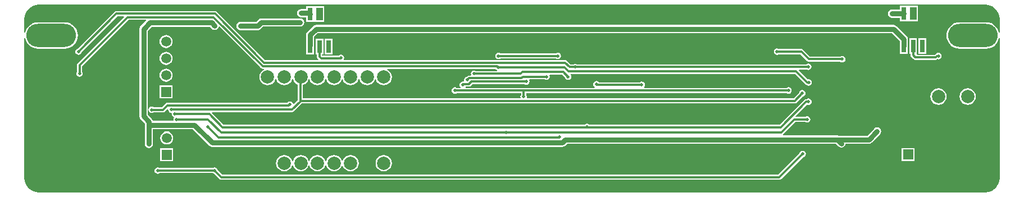
<source format=gbl>
G04*
G04 #@! TF.GenerationSoftware,Altium Limited,Altium Designer,18.1.9 (240)*
G04*
G04 Layer_Physical_Order=2*
G04 Layer_Color=16711680*
%FSAX25Y25*%
%MOIN*%
G70*
G01*
G75*
%ADD38C,0.01200*%
%ADD39C,0.03000*%
%ADD41O,0.29528X0.13780*%
%ADD42C,0.07874*%
%ADD43R,0.05906X0.05906*%
%ADD44C,0.05906*%
%ADD45R,0.04724X0.07874*%
%ADD46R,0.05906X0.05906*%
%ADD47C,0.01968*%
%ADD48R,0.03937X0.07480*%
%ADD49R,0.02756X0.07480*%
G36*
X0685800Y0484806D02*
X0687600Y0484176D01*
X0689215Y0483162D01*
X0690563Y0481813D01*
X0691577Y0480199D01*
X0692207Y0478399D01*
X0692429Y0476430D01*
Y0468385D01*
X0691929Y0468311D01*
X0691523Y0469649D01*
X0690800Y0471002D01*
X0689826Y0472188D01*
X0688640Y0473162D01*
X0687287Y0473885D01*
X0685818Y0474331D01*
X0684291Y0474481D01*
X0668543D01*
X0667016Y0474331D01*
X0665548Y0473885D01*
X0664195Y0473162D01*
X0663008Y0472188D01*
X0662035Y0471002D01*
X0661312Y0469649D01*
X0660866Y0468181D01*
X0660716Y0466653D01*
X0660866Y0465127D01*
X0661312Y0463658D01*
X0662035Y0462305D01*
X0663008Y0461119D01*
X0664195Y0460145D01*
X0665548Y0459422D01*
X0667016Y0458977D01*
X0668543Y0458826D01*
X0684291D01*
X0685818Y0458977D01*
X0687287Y0459422D01*
X0688640Y0460145D01*
X0689826Y0461119D01*
X0690800Y0462305D01*
X0691523Y0463658D01*
X0691929Y0464996D01*
X0692429Y0464922D01*
Y0382090D01*
X0692207Y0380121D01*
X0691577Y0378322D01*
X0690563Y0376707D01*
X0689214Y0375359D01*
X0687600Y0374344D01*
X0685800Y0373715D01*
X0683831Y0373493D01*
X0122168D01*
X0120200Y0373715D01*
X0118400Y0374344D01*
X0116785Y0375359D01*
X0115437Y0376707D01*
X0114423Y0378322D01*
X0113793Y0380121D01*
X0113571Y0382090D01*
Y0464871D01*
X0114071Y0464945D01*
X0114461Y0463658D01*
X0115185Y0462305D01*
X0116158Y0461119D01*
X0117344Y0460145D01*
X0118698Y0459422D01*
X0120166Y0458977D01*
X0121693Y0458826D01*
X0137441D01*
X0138968Y0458977D01*
X0140436Y0459422D01*
X0141790Y0460145D01*
X0142976Y0461119D01*
X0143949Y0462305D01*
X0144673Y0463658D01*
X0145118Y0465127D01*
X0145268Y0466653D01*
X0145118Y0468181D01*
X0144673Y0469649D01*
X0143949Y0471002D01*
X0142976Y0472188D01*
X0141790Y0473162D01*
X0140436Y0473885D01*
X0138968Y0474331D01*
X0137441Y0474481D01*
X0121693D01*
X0120166Y0474331D01*
X0118698Y0473885D01*
X0117344Y0473162D01*
X0116158Y0472188D01*
X0115185Y0471002D01*
X0114461Y0469649D01*
X0114071Y0468362D01*
X0113571Y0468436D01*
Y0476430D01*
X0113793Y0478399D01*
X0114423Y0480199D01*
X0115437Y0481813D01*
X0116785Y0483162D01*
X0118400Y0484176D01*
X0120200Y0484806D01*
X0122169Y0485028D01*
X0683831D01*
X0685800Y0484806D01*
D02*
G37*
%LPC*%
G36*
X0638076Y0484286D02*
X0637711D01*
X0637576Y0484286D01*
X0633155D01*
Y0482093D01*
X0628576D01*
X0627640Y0481906D01*
X0626846Y0481376D01*
X0626787Y0481317D01*
X0626257Y0480523D01*
X0626070Y0479587D01*
X0626257Y0478650D01*
X0626787Y0477856D01*
X0627581Y0477326D01*
X0628517Y0477140D01*
X0628814Y0477199D01*
X0633155D01*
Y0475005D01*
X0637576D01*
X0637711Y0475005D01*
X0638076D01*
X0638211Y0475005D01*
X0643813D01*
Y0484286D01*
X0638211D01*
X0638076Y0484286D01*
D02*
G37*
G36*
X0285793Y0484050D02*
X0285428D01*
X0285293Y0484050D01*
X0280872D01*
Y0482388D01*
X0277835D01*
X0276898Y0482202D01*
X0276104Y0481671D01*
X0275574Y0480877D01*
X0275388Y0479941D01*
X0275574Y0479004D01*
X0276104Y0478211D01*
X0276898Y0477680D01*
X0277835Y0477494D01*
X0280872D01*
Y0474769D01*
X0285293D01*
X0285428Y0474769D01*
X0285793D01*
X0285928Y0474769D01*
X0291530D01*
Y0484050D01*
X0285928D01*
X0285793Y0484050D01*
D02*
G37*
G36*
X0629528Y0472880D02*
X0297165D01*
X0297087Y0472864D01*
X0297008Y0472880D01*
X0286653D01*
X0285717Y0472694D01*
X0284923Y0472163D01*
X0281419Y0468659D01*
X0280889Y0467866D01*
X0280703Y0466929D01*
Y0460591D01*
X0280872Y0459741D01*
Y0455478D01*
X0285428D01*
Y0459741D01*
X0285597Y0460591D01*
Y0465915D01*
X0287667Y0467986D01*
X0297008D01*
X0297087Y0468002D01*
X0297165Y0467986D01*
X0628514D01*
X0632986Y0463514D01*
Y0460354D01*
X0633155Y0459504D01*
Y0455714D01*
X0637711D01*
Y0459504D01*
X0637880Y0460354D01*
Y0464528D01*
X0637694Y0465464D01*
X0637163Y0466258D01*
X0631258Y0472163D01*
X0630464Y0472694D01*
X0630309Y0472725D01*
X0629528Y0472880D01*
D02*
G37*
G36*
X0277205Y0476780D02*
X0254136D01*
X0253200Y0476594D01*
X0252406Y0476063D01*
X0251073Y0474730D01*
X0241850D01*
X0240914Y0474544D01*
X0240120Y0474014D01*
X0239590Y0473220D01*
X0239403Y0472284D01*
X0239590Y0471347D01*
X0240120Y0470553D01*
X0240914Y0470023D01*
X0241850Y0469836D01*
X0252087D01*
X0253023Y0470023D01*
X0253817Y0470553D01*
X0255150Y0471886D01*
X0277205D01*
X0278141Y0472072D01*
X0278935Y0472603D01*
X0279466Y0473397D01*
X0279652Y0474333D01*
X0279466Y0475270D01*
X0278935Y0476063D01*
X0278141Y0476594D01*
X0277205Y0476780D01*
D02*
G37*
G36*
X0430039Y0456449D02*
X0429304Y0456302D01*
X0428937Y0456057D01*
X0395926D01*
X0395617Y0456263D01*
X0394882Y0456409D01*
X0394147Y0456263D01*
X0393523Y0455847D01*
X0393107Y0455223D01*
X0392961Y0454488D01*
X0393107Y0453753D01*
X0393523Y0453130D01*
X0394147Y0452713D01*
X0394882Y0452567D01*
X0395617Y0452713D01*
X0396043Y0452998D01*
X0428937D01*
X0429304Y0452753D01*
X0430039Y0452606D01*
X0430775Y0452753D01*
X0431398Y0453169D01*
X0431814Y0453792D01*
X0431960Y0454528D01*
X0431814Y0455263D01*
X0431398Y0455886D01*
X0430775Y0456302D01*
X0430039Y0456449D01*
D02*
G37*
G36*
X0648735Y0464994D02*
X0644179D01*
Y0455714D01*
X0648735D01*
Y0464994D01*
D02*
G37*
G36*
X0296451Y0464758D02*
X0291895D01*
Y0455478D01*
X0296451D01*
Y0464758D01*
D02*
G37*
G36*
X0643223Y0464994D02*
X0638667D01*
Y0455714D01*
X0639416D01*
Y0454921D01*
X0639532Y0454336D01*
X0639863Y0453840D01*
X0641123Y0452580D01*
X0641619Y0452248D01*
X0642205Y0452132D01*
X0654291D01*
X0654877Y0452248D01*
X0655373Y0452580D01*
X0655423Y0452630D01*
X0655944Y0452527D01*
X0656679Y0452673D01*
X0657302Y0453089D01*
X0657719Y0453713D01*
X0657865Y0454448D01*
X0657719Y0455183D01*
X0657302Y0455806D01*
X0656679Y0456223D01*
X0655944Y0456369D01*
X0655208Y0456223D01*
X0654742Y0455911D01*
X0654494Y0455862D01*
X0653997Y0455530D01*
X0653658Y0455191D01*
X0643346D01*
X0643307Y0455249D01*
X0643223Y0455714D01*
X0643223D01*
Y0464994D01*
D02*
G37*
G36*
X0560197Y0458968D02*
X0559462Y0458822D01*
X0558838Y0458406D01*
X0558422Y0457782D01*
X0558276Y0457047D01*
X0558422Y0456312D01*
X0558838Y0455689D01*
X0559462Y0455272D01*
X0560197Y0455126D01*
X0560932Y0455272D01*
X0561300Y0455518D01*
X0574170D01*
X0578170Y0451517D01*
X0578667Y0451186D01*
X0579252Y0451069D01*
X0597697D01*
X0598123Y0450784D01*
X0598858Y0450638D01*
X0599593Y0450784D01*
X0600217Y0451201D01*
X0600633Y0451824D01*
X0600779Y0452559D01*
X0600633Y0453294D01*
X0600217Y0453918D01*
X0599593Y0454334D01*
X0598858Y0454480D01*
X0598123Y0454334D01*
X0597815Y0454128D01*
X0579885D01*
X0575885Y0458129D01*
X0575388Y0458460D01*
X0574803Y0458577D01*
X0561300D01*
X0560932Y0458822D01*
X0560197Y0458968D01*
D02*
G37*
G36*
X0226758Y0481110D02*
X0168250D01*
X0167665Y0480993D01*
X0167169Y0480662D01*
X0145376Y0458869D01*
X0144943Y0458783D01*
X0144319Y0458366D01*
X0143903Y0457743D01*
X0143757Y0457008D01*
X0143903Y0456273D01*
X0144319Y0455649D01*
X0144943Y0455233D01*
X0145678Y0455087D01*
X0146413Y0455233D01*
X0147036Y0455649D01*
X0147453Y0456273D01*
X0147539Y0456706D01*
X0168884Y0478051D01*
X0172558D01*
X0172749Y0477589D01*
X0145218Y0450058D01*
X0144886Y0449562D01*
X0144770Y0448976D01*
Y0445197D01*
X0144524Y0444830D01*
X0144378Y0444095D01*
X0144524Y0443359D01*
X0144941Y0442736D01*
X0145564Y0442320D01*
X0146299Y0442173D01*
X0147034Y0442320D01*
X0147658Y0442736D01*
X0148074Y0443359D01*
X0148220Y0444095D01*
X0148074Y0444830D01*
X0147829Y0445197D01*
Y0448343D01*
X0175437Y0475951D01*
X0185617D01*
X0185808Y0475489D01*
X0182561Y0472242D01*
X0182031Y0471448D01*
X0181844Y0470512D01*
Y0418543D01*
X0182031Y0417607D01*
X0182561Y0416813D01*
X0184994Y0414380D01*
Y0402244D01*
X0185180Y0401308D01*
X0185711Y0400514D01*
X0186504Y0399983D01*
X0187441Y0399797D01*
X0188377Y0399983D01*
X0189171Y0400514D01*
X0189702Y0401308D01*
X0189888Y0402244D01*
Y0411033D01*
X0213538D01*
X0223426Y0401145D01*
X0224219Y0400615D01*
X0225156Y0400429D01*
X0432622D01*
X0433559Y0400615D01*
X0434353Y0401145D01*
X0435603Y0402395D01*
X0595010D01*
X0596656Y0400750D01*
X0597449Y0400220D01*
X0598386Y0400033D01*
X0599322Y0400220D01*
X0600116Y0400750D01*
X0600647Y0401544D01*
X0600785Y0402238D01*
X0614646D01*
X0615582Y0402424D01*
X0616376Y0402955D01*
X0621297Y0407876D01*
X0621828Y0408670D01*
X0622014Y0409606D01*
Y0409685D01*
X0621828Y0410622D01*
X0621297Y0411415D01*
X0620503Y0411946D01*
X0619567Y0412132D01*
X0618631Y0411946D01*
X0617837Y0411415D01*
X0617678Y0411178D01*
X0613632Y0407132D01*
X0596815D01*
X0596024Y0407290D01*
X0563753D01*
X0563601Y0407790D01*
X0563759Y0407895D01*
X0571145Y0415282D01*
X0577008D01*
X0577375Y0415036D01*
X0578110Y0414890D01*
X0578845Y0415036D01*
X0579469Y0415452D01*
X0579885Y0416076D01*
X0580031Y0416811D01*
X0579885Y0417546D01*
X0579469Y0418169D01*
X0578845Y0418586D01*
X0578110Y0418732D01*
X0577375Y0418586D01*
X0577008Y0418340D01*
X0571393D01*
X0571202Y0418802D01*
X0577994Y0425595D01*
X0578123Y0425508D01*
X0578858Y0425362D01*
X0579594Y0425508D01*
X0580217Y0425925D01*
X0580633Y0426548D01*
X0580779Y0427283D01*
X0580633Y0428019D01*
X0580217Y0428642D01*
X0579594Y0429058D01*
X0578858Y0429205D01*
X0578123Y0429058D01*
X0577756Y0428813D01*
X0577520D01*
X0576934Y0428696D01*
X0576438Y0428365D01*
X0561729Y0413655D01*
X0448819D01*
X0448215Y0414058D01*
X0447480Y0414205D01*
X0446745Y0414058D01*
X0446142Y0413655D01*
X0231815D01*
X0224823Y0420646D01*
X0225015Y0421108D01*
X0272484D01*
X0273070Y0421225D01*
X0273566Y0421556D01*
X0278232Y0426223D01*
X0570705D01*
X0571290Y0426339D01*
X0571786Y0426671D01*
X0575538Y0430422D01*
X0575971Y0430509D01*
X0576595Y0430925D01*
X0577011Y0431548D01*
X0577157Y0432283D01*
X0577011Y0433019D01*
X0576595Y0433642D01*
X0575971Y0434058D01*
X0575236Y0434205D01*
X0574501Y0434058D01*
X0573878Y0433642D01*
X0573461Y0433019D01*
X0573375Y0432585D01*
X0570071Y0429281D01*
X0411987D01*
X0411634Y0429781D01*
X0411724Y0430236D01*
X0411578Y0430971D01*
X0411451Y0431162D01*
Y0432447D01*
X0565905D01*
X0566273Y0432201D01*
X0567008Y0432055D01*
X0567743Y0432201D01*
X0568366Y0432618D01*
X0568783Y0433241D01*
X0568929Y0433976D01*
X0568783Y0434712D01*
X0568366Y0435335D01*
X0567743Y0435751D01*
X0567008Y0435897D01*
X0566273Y0435751D01*
X0565905Y0435506D01*
X0481493D01*
X0481355Y0435802D01*
X0481307Y0436006D01*
X0481696Y0436588D01*
X0481842Y0437323D01*
X0481696Y0438058D01*
X0481280Y0438681D01*
X0480656Y0439098D01*
X0479921Y0439244D01*
X0479186Y0439098D01*
X0478819Y0438852D01*
X0454447D01*
X0454351Y0438996D01*
X0453727Y0439413D01*
X0452992Y0439559D01*
X0452257Y0439413D01*
X0451634Y0438996D01*
X0451217Y0438373D01*
X0451071Y0437638D01*
X0451217Y0436903D01*
X0451634Y0436279D01*
X0452043Y0436006D01*
X0451891Y0435506D01*
X0375575D01*
X0375393Y0435722D01*
X0375315Y0436006D01*
X0375503Y0436219D01*
X0377450D01*
X0378035Y0436335D01*
X0378532Y0436667D01*
X0379548Y0437683D01*
X0410315D01*
X0410682Y0437438D01*
X0411417Y0437291D01*
X0412152Y0437438D01*
X0412776Y0437854D01*
X0413192Y0438477D01*
X0413339Y0439213D01*
X0413192Y0439948D01*
X0413066Y0440136D01*
X0413334Y0440636D01*
X0422283D01*
X0422651Y0440390D01*
X0423386Y0440244D01*
X0424121Y0440390D01*
X0424744Y0440807D01*
X0425161Y0441430D01*
X0425307Y0442165D01*
X0425170Y0442852D01*
X0425193Y0442986D01*
X0425389Y0443353D01*
X0432831D01*
X0434359Y0441824D01*
X0434446Y0441391D01*
X0434862Y0440767D01*
X0435485Y0440351D01*
X0436221Y0440205D01*
X0436956Y0440351D01*
X0437579Y0440767D01*
X0437995Y0441391D01*
X0438142Y0442126D01*
X0437995Y0442861D01*
X0437662Y0443360D01*
X0437848Y0443860D01*
X0570788D01*
X0577068Y0437580D01*
X0577564Y0437248D01*
X0577701Y0437221D01*
X0578202Y0436887D01*
X0578937Y0436740D01*
X0579672Y0436887D01*
X0580296Y0437303D01*
X0580712Y0437926D01*
X0580858Y0438661D01*
X0580712Y0439397D01*
X0580296Y0440020D01*
X0579672Y0440436D01*
X0578937Y0440583D01*
X0578482Y0440492D01*
X0573091Y0445883D01*
X0573283Y0446345D01*
X0577814D01*
X0578005Y0446217D01*
X0578740Y0446071D01*
X0579475Y0446217D01*
X0580099Y0446634D01*
X0580515Y0447257D01*
X0580661Y0447992D01*
X0580515Y0448727D01*
X0580099Y0449351D01*
X0579475Y0449767D01*
X0578740Y0449913D01*
X0578005Y0449767D01*
X0577461Y0449403D01*
X0441496D01*
X0441129Y0449649D01*
X0440394Y0449795D01*
X0439658Y0449649D01*
X0439291Y0449403D01*
X0437619D01*
X0435455Y0451567D01*
X0434959Y0451899D01*
X0434374Y0452015D01*
X0303311D01*
X0303076Y0452456D01*
X0303153Y0452572D01*
X0303299Y0453307D01*
X0303153Y0454042D01*
X0302736Y0454666D01*
X0302113Y0455082D01*
X0301378Y0455228D01*
X0300643Y0455082D01*
X0300020Y0454666D01*
X0299950Y0454561D01*
X0290397D01*
X0290191Y0454767D01*
Y0455478D01*
X0290939D01*
Y0464758D01*
X0286384D01*
Y0455478D01*
X0287132D01*
Y0454134D01*
X0287248Y0453549D01*
X0287580Y0453052D01*
X0288155Y0452477D01*
X0287964Y0452015D01*
X0256486D01*
X0227840Y0480662D01*
X0227344Y0480993D01*
X0226758Y0481110D01*
D02*
G37*
G36*
X0673350Y0435237D02*
X0672088Y0435071D01*
X0670911Y0434583D01*
X0669901Y0433808D01*
X0669125Y0432798D01*
X0668638Y0431621D01*
X0668472Y0430358D01*
X0668638Y0429096D01*
X0669125Y0427919D01*
X0669901Y0426908D01*
X0670911Y0426133D01*
X0672088Y0425646D01*
X0673350Y0425480D01*
X0674613Y0425646D01*
X0675790Y0426133D01*
X0676800Y0426908D01*
X0677575Y0427919D01*
X0678063Y0429096D01*
X0678229Y0430358D01*
X0678063Y0431621D01*
X0677575Y0432798D01*
X0676800Y0433808D01*
X0675790Y0434583D01*
X0674613Y0435071D01*
X0673350Y0435237D01*
D02*
G37*
G36*
X0656028D02*
X0654765Y0435071D01*
X0653588Y0434583D01*
X0652578Y0433808D01*
X0651802Y0432798D01*
X0651315Y0431621D01*
X0651149Y0430358D01*
X0651315Y0429096D01*
X0651802Y0427919D01*
X0652578Y0426908D01*
X0653588Y0426133D01*
X0654765Y0425646D01*
X0656028Y0425480D01*
X0657290Y0425646D01*
X0658467Y0426133D01*
X0659477Y0426908D01*
X0660253Y0427919D01*
X0660740Y0429096D01*
X0660906Y0430358D01*
X0660740Y0431621D01*
X0660253Y0432798D01*
X0659477Y0433808D01*
X0658467Y0434583D01*
X0657290Y0435071D01*
X0656028Y0435237D01*
D02*
G37*
G36*
X0198031Y0409673D02*
X0197026Y0409541D01*
X0196089Y0409153D01*
X0195284Y0408535D01*
X0194666Y0407730D01*
X0194278Y0406793D01*
X0194146Y0405787D01*
X0194278Y0404782D01*
X0194666Y0403844D01*
X0195284Y0403040D01*
X0196089Y0402422D01*
X0197026Y0402034D01*
X0198031Y0401901D01*
X0199037Y0402034D01*
X0199975Y0402422D01*
X0200779Y0403040D01*
X0201397Y0403844D01*
X0201785Y0404782D01*
X0201918Y0405787D01*
X0201785Y0406793D01*
X0201397Y0407730D01*
X0200779Y0408535D01*
X0199975Y0409153D01*
X0199037Y0409541D01*
X0198031Y0409673D01*
D02*
G37*
G36*
X0307126Y0395666D02*
X0305863Y0395500D01*
X0304687Y0395012D01*
X0303676Y0394237D01*
X0302901Y0393227D01*
X0302462Y0392167D01*
X0302424Y0392157D01*
X0301986D01*
X0301948Y0392167D01*
X0301509Y0393227D01*
X0300733Y0394237D01*
X0299723Y0395012D01*
X0298546Y0395500D01*
X0297284Y0395666D01*
X0296021Y0395500D01*
X0294844Y0395012D01*
X0293834Y0394237D01*
X0293058Y0393227D01*
X0292619Y0392167D01*
X0292581Y0392157D01*
X0292143D01*
X0292105Y0392167D01*
X0291666Y0393227D01*
X0290891Y0394237D01*
X0289880Y0395012D01*
X0288704Y0395500D01*
X0287441Y0395666D01*
X0286178Y0395500D01*
X0285002Y0395012D01*
X0283991Y0394237D01*
X0283216Y0393227D01*
X0282777Y0392167D01*
X0282739Y0392157D01*
X0282301D01*
X0282262Y0392167D01*
X0281823Y0393227D01*
X0281048Y0394237D01*
X0280038Y0395012D01*
X0278861Y0395500D01*
X0277598Y0395666D01*
X0276336Y0395500D01*
X0275159Y0395012D01*
X0274149Y0394237D01*
X0273373Y0393227D01*
X0272934Y0392167D01*
X0272896Y0392157D01*
X0272458D01*
X0272420Y0392167D01*
X0271981Y0393227D01*
X0271206Y0394237D01*
X0270195Y0395012D01*
X0269019Y0395500D01*
X0267756Y0395666D01*
X0266493Y0395500D01*
X0265317Y0395012D01*
X0264306Y0394237D01*
X0263531Y0393227D01*
X0263043Y0392050D01*
X0262877Y0390787D01*
X0263043Y0389525D01*
X0263531Y0388348D01*
X0264306Y0387338D01*
X0265317Y0386562D01*
X0266493Y0386075D01*
X0267756Y0385909D01*
X0269019Y0386075D01*
X0270195Y0386562D01*
X0271206Y0387338D01*
X0271981Y0388348D01*
X0272420Y0389408D01*
X0272458Y0389417D01*
X0272896D01*
X0272934Y0389408D01*
X0273373Y0388348D01*
X0274149Y0387338D01*
X0275159Y0386562D01*
X0276336Y0386075D01*
X0277598Y0385909D01*
X0278861Y0386075D01*
X0280038Y0386562D01*
X0281048Y0387338D01*
X0281823Y0388348D01*
X0282262Y0389408D01*
X0282301Y0389417D01*
X0282739D01*
X0282777Y0389408D01*
X0283216Y0388348D01*
X0283991Y0387338D01*
X0285002Y0386562D01*
X0286178Y0386075D01*
X0287441Y0385909D01*
X0288704Y0386075D01*
X0289880Y0386562D01*
X0290891Y0387338D01*
X0291666Y0388348D01*
X0292105Y0389408D01*
X0292143Y0389417D01*
X0292581D01*
X0292619Y0389408D01*
X0293058Y0388348D01*
X0293834Y0387338D01*
X0294844Y0386562D01*
X0296021Y0386075D01*
X0297284Y0385909D01*
X0298546Y0386075D01*
X0299723Y0386562D01*
X0300733Y0387338D01*
X0301509Y0388348D01*
X0301948Y0389408D01*
X0301986Y0389417D01*
X0302424D01*
X0302462Y0389408D01*
X0302901Y0388348D01*
X0303676Y0387338D01*
X0304687Y0386562D01*
X0305863Y0386075D01*
X0307126Y0385909D01*
X0308389Y0386075D01*
X0309565Y0386562D01*
X0310576Y0387338D01*
X0311351Y0388348D01*
X0311839Y0389525D01*
X0312005Y0390787D01*
X0311839Y0392050D01*
X0311351Y0393227D01*
X0310576Y0394237D01*
X0309565Y0395012D01*
X0308389Y0395500D01*
X0307126Y0395666D01*
D02*
G37*
G36*
X0641884Y0399837D02*
X0634179D01*
Y0392131D01*
X0641884D01*
Y0399837D01*
D02*
G37*
G36*
X0201884Y0399640D02*
X0194179D01*
Y0391935D01*
X0201884D01*
Y0399640D01*
D02*
G37*
G36*
X0326811Y0395666D02*
X0325548Y0395500D01*
X0324372Y0395012D01*
X0323361Y0394237D01*
X0322586Y0393227D01*
X0322098Y0392050D01*
X0321932Y0390787D01*
X0322098Y0389525D01*
X0322586Y0388348D01*
X0323361Y0387338D01*
X0324372Y0386562D01*
X0325548Y0386075D01*
X0326811Y0385909D01*
X0328074Y0386075D01*
X0329250Y0386562D01*
X0330261Y0387338D01*
X0331036Y0388348D01*
X0331523Y0389525D01*
X0331690Y0390787D01*
X0331523Y0392050D01*
X0331036Y0393227D01*
X0330261Y0394237D01*
X0329250Y0395012D01*
X0328074Y0395500D01*
X0326811Y0395666D01*
D02*
G37*
G36*
X0575354Y0398142D02*
X0574619Y0397995D01*
X0573996Y0397579D01*
X0573579Y0396956D01*
X0573493Y0396522D01*
X0560902Y0383931D01*
X0230988D01*
X0228200Y0386719D01*
X0228114Y0387153D01*
X0227697Y0387776D01*
X0227074Y0388192D01*
X0226339Y0388338D01*
X0225603Y0388192D01*
X0225236Y0387947D01*
X0193780D01*
X0193412Y0388192D01*
X0192677Y0388338D01*
X0191942Y0388192D01*
X0191319Y0387776D01*
X0190902Y0387153D01*
X0190756Y0386417D01*
X0190902Y0385682D01*
X0191319Y0385059D01*
X0191942Y0384642D01*
X0192677Y0384496D01*
X0193412Y0384642D01*
X0193780Y0384888D01*
X0225236D01*
X0225603Y0384642D01*
X0226037Y0384556D01*
X0229273Y0381320D01*
X0229769Y0380989D01*
X0230354Y0380872D01*
X0561535D01*
X0562121Y0380989D01*
X0562617Y0381320D01*
X0575656Y0394359D01*
X0576089Y0394446D01*
X0576713Y0394862D01*
X0577129Y0395485D01*
X0577276Y0396220D01*
X0577129Y0396956D01*
X0576713Y0397579D01*
X0576089Y0397995D01*
X0575354Y0398142D01*
D02*
G37*
%LPD*%
G36*
X0253902Y0447304D02*
X0254398Y0446973D01*
X0254983Y0446856D01*
X0255768D01*
X0255867Y0446356D01*
X0255474Y0446194D01*
X0254464Y0445418D01*
X0253688Y0444408D01*
X0253201Y0443231D01*
X0253035Y0441968D01*
X0253201Y0440706D01*
X0253688Y0439529D01*
X0254464Y0438519D01*
X0255474Y0437743D01*
X0256651Y0437256D01*
X0257913Y0437090D01*
X0259176Y0437256D01*
X0260353Y0437743D01*
X0261363Y0438519D01*
X0262139Y0439529D01*
X0262578Y0440589D01*
X0262616Y0440598D01*
X0263053D01*
X0263092Y0440589D01*
X0263531Y0439529D01*
X0264306Y0438519D01*
X0265317Y0437743D01*
X0266493Y0437256D01*
X0267756Y0437090D01*
X0269019Y0437256D01*
X0270195Y0437743D01*
X0271206Y0438519D01*
X0271981Y0439529D01*
X0272420Y0440589D01*
X0272458Y0440598D01*
X0272896D01*
X0272934Y0440589D01*
X0273373Y0439529D01*
X0274149Y0438519D01*
X0275159Y0437743D01*
X0275833Y0437464D01*
Y0428149D01*
X0273589Y0425905D01*
X0273046Y0426070D01*
X0272995Y0426326D01*
X0272579Y0426949D01*
X0271956Y0427365D01*
X0271220Y0427512D01*
X0270485Y0427365D01*
X0269862Y0426949D01*
X0269687Y0426687D01*
X0198504D01*
X0197919Y0426570D01*
X0197423Y0426239D01*
X0195233Y0424049D01*
X0190276D01*
X0189908Y0424295D01*
X0189173Y0424441D01*
X0188438Y0424295D01*
X0187815Y0423878D01*
X0187398Y0423255D01*
X0187252Y0422520D01*
X0187398Y0421784D01*
X0187815Y0421161D01*
X0188438Y0420745D01*
X0189173Y0420599D01*
X0189908Y0420745D01*
X0190276Y0420990D01*
X0195866D01*
X0196451Y0421107D01*
X0196948Y0421438D01*
X0198458Y0422948D01*
X0198918Y0422702D01*
X0198906Y0422638D01*
X0199052Y0421903D01*
X0199468Y0421279D01*
X0200092Y0420863D01*
X0200587Y0420764D01*
X0201001Y0420280D01*
X0200953Y0420039D01*
X0201099Y0419304D01*
X0201516Y0418681D01*
X0202037Y0418333D01*
X0202288Y0417809D01*
X0202148Y0417599D01*
X0202002Y0416864D01*
X0202089Y0416427D01*
X0201728Y0415927D01*
X0189782D01*
X0189702Y0416330D01*
X0189171Y0417124D01*
X0186738Y0419557D01*
Y0469498D01*
X0189084Y0471844D01*
X0223593D01*
X0224784Y0470653D01*
X0225578Y0470122D01*
X0226515Y0469936D01*
X0227451Y0470122D01*
X0228245Y0470653D01*
X0228775Y0471447D01*
X0228835Y0471747D01*
X0229314Y0471892D01*
X0253902Y0447304D01*
D02*
G37*
G36*
X0393366Y0446358D02*
X0393989Y0445942D01*
X0394063Y0445927D01*
X0394013Y0445427D01*
X0381575D01*
X0381208Y0445673D01*
X0380472Y0445819D01*
X0379737Y0445673D01*
X0379114Y0445256D01*
X0378697Y0444633D01*
X0378551Y0443898D01*
X0378657Y0443368D01*
X0378339Y0442868D01*
X0377527D01*
X0376942Y0442752D01*
X0376446Y0442420D01*
X0376119Y0442093D01*
X0375686Y0442007D01*
X0375063Y0441591D01*
X0374646Y0440968D01*
X0374500Y0440232D01*
X0374591Y0439777D01*
X0374237Y0439277D01*
X0374126D01*
X0373829Y0439218D01*
X0373701Y0439244D01*
X0372966Y0439098D01*
X0372342Y0438681D01*
X0371926Y0438058D01*
X0371780Y0437323D01*
X0371926Y0436588D01*
X0372315Y0436006D01*
X0372267Y0435802D01*
X0372129Y0435506D01*
X0370118D01*
X0369751Y0435751D01*
X0369016Y0435897D01*
X0368281Y0435751D01*
X0367657Y0435335D01*
X0367241Y0434712D01*
X0367095Y0433976D01*
X0367241Y0433241D01*
X0367657Y0432618D01*
X0368281Y0432201D01*
X0369016Y0432055D01*
X0369751Y0432201D01*
X0370118Y0432447D01*
X0408392D01*
Y0431516D01*
X0408028Y0430971D01*
X0407882Y0430236D01*
X0407972Y0429781D01*
X0407619Y0429281D01*
X0278892D01*
Y0437269D01*
X0280038Y0437743D01*
X0281048Y0438519D01*
X0281823Y0439529D01*
X0282262Y0440589D01*
X0282301Y0440598D01*
X0282739D01*
X0282777Y0440589D01*
X0283216Y0439529D01*
X0283991Y0438519D01*
X0285002Y0437743D01*
X0286178Y0437256D01*
X0287441Y0437090D01*
X0288704Y0437256D01*
X0289880Y0437743D01*
X0290891Y0438519D01*
X0291666Y0439529D01*
X0292105Y0440589D01*
X0292143Y0440598D01*
X0292581D01*
X0292619Y0440589D01*
X0293058Y0439529D01*
X0293834Y0438519D01*
X0294844Y0437743D01*
X0296021Y0437256D01*
X0297284Y0437090D01*
X0298546Y0437256D01*
X0299723Y0437743D01*
X0300733Y0438519D01*
X0301509Y0439529D01*
X0301948Y0440589D01*
X0301986Y0440598D01*
X0302424D01*
X0302462Y0440589D01*
X0302901Y0439529D01*
X0303676Y0438519D01*
X0304687Y0437743D01*
X0305863Y0437256D01*
X0307126Y0437090D01*
X0308389Y0437256D01*
X0309565Y0437743D01*
X0310576Y0438519D01*
X0311351Y0439529D01*
X0311790Y0440589D01*
X0311828Y0440598D01*
X0312266D01*
X0312304Y0440589D01*
X0312743Y0439529D01*
X0313519Y0438519D01*
X0314529Y0437743D01*
X0315706Y0437256D01*
X0316968Y0437090D01*
X0318231Y0437256D01*
X0319408Y0437743D01*
X0320418Y0438519D01*
X0321194Y0439529D01*
X0321633Y0440589D01*
X0321671Y0440598D01*
X0322109D01*
X0322147Y0440589D01*
X0322586Y0439529D01*
X0323361Y0438519D01*
X0324372Y0437743D01*
X0325548Y0437256D01*
X0326811Y0437090D01*
X0328074Y0437256D01*
X0329250Y0437743D01*
X0330261Y0438519D01*
X0331036Y0439529D01*
X0331523Y0440706D01*
X0331690Y0441968D01*
X0331523Y0443231D01*
X0331036Y0444408D01*
X0330261Y0445418D01*
X0329250Y0446194D01*
X0328857Y0446356D01*
X0328957Y0446856D01*
X0393033D01*
X0393366Y0446358D01*
D02*
G37*
%LPC*%
G36*
X0197638Y0466957D02*
X0196632Y0466824D01*
X0195695Y0466436D01*
X0194890Y0465819D01*
X0194272Y0465014D01*
X0193884Y0464077D01*
X0193752Y0463071D01*
X0193884Y0462065D01*
X0194272Y0461128D01*
X0194890Y0460323D01*
X0195695Y0459705D01*
X0196632Y0459317D01*
X0197638Y0459185D01*
X0198644Y0459317D01*
X0199581Y0459705D01*
X0200386Y0460323D01*
X0201003Y0461128D01*
X0201391Y0462065D01*
X0201524Y0463071D01*
X0201391Y0464077D01*
X0201003Y0465014D01*
X0200386Y0465819D01*
X0199581Y0466436D01*
X0198644Y0466824D01*
X0197638Y0466957D01*
D02*
G37*
G36*
Y0456957D02*
X0196632Y0456824D01*
X0195695Y0456436D01*
X0194890Y0455819D01*
X0194272Y0455014D01*
X0193884Y0454077D01*
X0193752Y0453071D01*
X0193884Y0452065D01*
X0194272Y0451128D01*
X0194890Y0450323D01*
X0195695Y0449706D01*
X0196632Y0449317D01*
X0197638Y0449185D01*
X0198644Y0449317D01*
X0199581Y0449706D01*
X0200386Y0450323D01*
X0201003Y0451128D01*
X0201391Y0452065D01*
X0201524Y0453071D01*
X0201391Y0454077D01*
X0201003Y0455014D01*
X0200386Y0455819D01*
X0199581Y0456436D01*
X0198644Y0456824D01*
X0197638Y0456957D01*
D02*
G37*
G36*
Y0446957D02*
X0196632Y0446825D01*
X0195695Y0446436D01*
X0194890Y0445819D01*
X0194272Y0445014D01*
X0193884Y0444077D01*
X0193752Y0443071D01*
X0193884Y0442065D01*
X0194272Y0441128D01*
X0194890Y0440323D01*
X0195695Y0439706D01*
X0196632Y0439317D01*
X0197638Y0439185D01*
X0198644Y0439317D01*
X0199581Y0439706D01*
X0200386Y0440323D01*
X0201003Y0441128D01*
X0201391Y0442065D01*
X0201524Y0443071D01*
X0201391Y0444077D01*
X0201003Y0445014D01*
X0200386Y0445819D01*
X0199581Y0446436D01*
X0198644Y0446825D01*
X0197638Y0446957D01*
D02*
G37*
G36*
X0201491Y0436924D02*
X0193785D01*
Y0429218D01*
X0201491D01*
Y0436924D01*
D02*
G37*
%LPD*%
D38*
X0145678Y0457008D02*
X0168250Y0479580D01*
X0226758D01*
X0174803Y0477480D02*
X0225888D01*
X0146299Y0448976D02*
X0174803Y0477480D01*
X0146299Y0444095D02*
Y0448976D01*
X0654291Y0453661D02*
X0655079Y0454449D01*
X0642205Y0453661D02*
X0654291D01*
X0409117Y0444882D02*
X0433465D01*
X0408133Y0443898D02*
X0409117Y0444882D01*
X0380472Y0443898D02*
X0408133D01*
X0409370Y0442165D02*
X0423386D01*
X0408543Y0441339D02*
X0409370Y0442165D01*
X0377527Y0441339D02*
X0408543D01*
X0433465Y0444882D02*
X0436221Y0442126D01*
X0373701Y0437323D02*
X0374126Y0437748D01*
X0373701Y0437323D02*
Y0437323D01*
X0378906Y0439203D02*
Y0439213D01*
X0377450Y0437748D02*
X0378906Y0439203D01*
X0374126Y0437748D02*
X0377450D01*
X0376421Y0440232D02*
X0377527Y0441339D01*
X0434374Y0450486D02*
X0436986Y0447874D01*
X0255853Y0450486D02*
X0434374D01*
X0226758Y0479580D02*
X0255853Y0450486D01*
X0394055Y0448386D02*
X0394724Y0447717D01*
X0254983Y0448386D02*
X0394055D01*
X0225888Y0477480D02*
X0254983Y0448386D01*
X0288661Y0454134D02*
Y0460118D01*
X0230354Y0382402D02*
X0561535D01*
X0575354Y0396220D01*
X0226339Y0386417D02*
X0230354Y0382402D01*
X0192677Y0386417D02*
X0226339D01*
X0222480Y0412244D02*
X0228622Y0406102D01*
X0431063D01*
X0431220Y0406260D01*
X0189173Y0422520D02*
X0195866D01*
X0198504Y0425157D01*
X0288661Y0454134D02*
X0289764Y0453031D01*
X0301378D01*
X0198504Y0425157D02*
X0270512D01*
X0409803Y0430236D02*
X0409921Y0430354D01*
Y0433976D01*
X0369016D02*
X0409921D01*
X0567008D01*
X0452992Y0437638D02*
X0453307Y0437323D01*
X0479921D01*
X0277598Y0427752D02*
X0570705D01*
X0575236Y0432283D01*
X0578622Y0447874D02*
X0578740Y0447992D01*
X0440394Y0447874D02*
X0578622D01*
X0578150Y0438661D02*
X0578937D01*
X0436986Y0447874D02*
X0440394D01*
X0436500Y0445390D02*
X0571421D01*
X0578150Y0438661D01*
X0200827Y0422638D02*
X0272484D01*
X0277362Y0427516D01*
Y0441732D01*
X0277598Y0441968D01*
X0271220Y0425591D02*
Y0425866D01*
X0270512Y0425157D02*
X0271220Y0425866D01*
X0434173Y0447717D02*
X0436500Y0445390D01*
X0394724Y0447717D02*
X0434173D01*
X0640945Y0454921D02*
Y0460354D01*
Y0454921D02*
X0642205Y0453661D01*
X0203923Y0416864D02*
X0222545D01*
X0230433Y0408976D01*
X0399567D01*
X0202874Y0420039D02*
X0223268D01*
X0231181Y0412126D01*
X0399567Y0408976D02*
X0562677D01*
X0378906Y0439213D02*
X0411417D01*
X0560197Y0457047D02*
X0574803D01*
X0579252Y0452598D01*
X0598819D01*
X0598858Y0452559D01*
X0562362Y0412126D02*
X0577520Y0427283D01*
X0578858D01*
X0231181Y0412126D02*
X0562362D01*
X0570512Y0416811D02*
X0578110D01*
X0562677Y0408976D02*
X0570512Y0416811D01*
X0394882Y0454488D02*
X0394921Y0454528D01*
X0430039D01*
D39*
X0596181Y0404685D02*
X0614646D01*
X0224606Y0474291D02*
X0226515Y0472383D01*
X0241850Y0472284D02*
X0252087D01*
X0254136Y0474333D01*
X0277205D01*
X0187441Y0402244D02*
Y0415394D01*
X0184291Y0418543D02*
X0187441Y0415394D01*
X0184291Y0418543D02*
Y0470512D01*
X0187496Y0413480D02*
X0214552D01*
X0188071Y0474291D02*
X0224606D01*
X0184291Y0470512D02*
X0188071Y0474291D01*
X0297165Y0470433D02*
X0629528D01*
X0283150Y0460591D02*
Y0466929D01*
X0286653Y0470433D01*
X0297008D01*
X0434589Y0404843D02*
X0596024D01*
X0596181Y0404685D02*
X0598386Y0402480D01*
X0596024Y0404843D02*
X0596181Y0404685D01*
X0619567Y0409606D02*
Y0409685D01*
X0614646Y0404685D02*
X0619567Y0409606D01*
X0635433Y0460354D02*
Y0464528D01*
X0629528Y0470433D02*
X0635433Y0464528D01*
X0628576Y0479646D02*
X0635433D01*
X0628517Y0479587D02*
X0628576Y0479646D01*
X0282618Y0479941D02*
X0283150Y0479410D01*
X0277835Y0479941D02*
X0282618D01*
X0432622Y0402876D02*
X0434589Y0404843D01*
X0214552Y0413480D02*
X0225156Y0402876D01*
X0432622D01*
D41*
X0129567Y0466653D02*
D03*
X0676417D02*
D03*
D42*
X0656028Y0430358D02*
D03*
X0673350D02*
D03*
X0326811Y0441968D02*
D03*
X0316968D02*
D03*
X0307126D02*
D03*
X0297284D02*
D03*
X0287441D02*
D03*
X0277598D02*
D03*
X0267756D02*
D03*
X0257913D02*
D03*
X0326811Y0390787D02*
D03*
X0316968D02*
D03*
X0307126D02*
D03*
X0297284D02*
D03*
X0287441D02*
D03*
X0277598D02*
D03*
X0267756D02*
D03*
D43*
X0638031Y0395984D02*
D03*
D44*
X0628031D02*
D03*
X0198031Y0405787D02*
D03*
X0197638Y0463071D02*
D03*
Y0453071D02*
D03*
Y0443071D02*
D03*
D45*
X0257913Y0390787D02*
D03*
D46*
X0198031Y0395787D02*
D03*
X0197638Y0433071D02*
D03*
D47*
X0145678Y0457008D02*
D03*
X0655944Y0454448D02*
D03*
X0690945Y0460630D02*
D03*
X0685039Y0448819D02*
D03*
X0690945Y0437008D02*
D03*
X0685039Y0425197D02*
D03*
X0690945Y0413386D02*
D03*
X0685039Y0401575D02*
D03*
X0690945Y0389764D02*
D03*
X0685039Y0377953D02*
D03*
X0679134Y0437008D02*
D03*
Y0389764D02*
D03*
X0673228Y0377953D02*
D03*
X0661417Y0448819D02*
D03*
X0667323Y0437008D02*
D03*
X0661417Y0425197D02*
D03*
X0667323Y0413386D02*
D03*
X0661417Y0401575D02*
D03*
X0667323Y0389764D02*
D03*
X0661417Y0377953D02*
D03*
X0655512Y0437008D02*
D03*
X0649606Y0425197D02*
D03*
X0655512Y0389764D02*
D03*
X0649606Y0377953D02*
D03*
X0637795Y0472441D02*
D03*
Y0448819D02*
D03*
X0643701Y0437008D02*
D03*
X0637795Y0425197D02*
D03*
X0643701Y0413386D02*
D03*
Y0389764D02*
D03*
X0637795Y0377953D02*
D03*
X0631890Y0460630D02*
D03*
Y0437008D02*
D03*
X0625984Y0425197D02*
D03*
X0631890Y0413386D02*
D03*
X0625984Y0401575D02*
D03*
X0631890Y0389764D02*
D03*
X0620079Y0460630D02*
D03*
Y0389764D02*
D03*
X0608267D02*
D03*
X0596456D02*
D03*
X0584646D02*
D03*
X0566929Y0425197D02*
D03*
X0572834Y0413386D02*
D03*
Y0389764D02*
D03*
X0561023Y0460630D02*
D03*
Y0437008D02*
D03*
X0555118Y0425197D02*
D03*
X0561023Y0389764D02*
D03*
X0549212Y0460630D02*
D03*
X0543307Y0425197D02*
D03*
X0549212Y0389764D02*
D03*
X0537401Y0460630D02*
D03*
X0531496Y0425197D02*
D03*
X0537401Y0389764D02*
D03*
X0525590Y0460630D02*
D03*
X0519685Y0425197D02*
D03*
X0525590Y0389764D02*
D03*
X0513779Y0460630D02*
D03*
X0507874Y0425197D02*
D03*
X0513779Y0389764D02*
D03*
X0501968Y0460630D02*
D03*
X0496063Y0425197D02*
D03*
X0501968Y0389764D02*
D03*
X0490157Y0460630D02*
D03*
Y0389764D02*
D03*
X0478346Y0460630D02*
D03*
X0472441Y0425197D02*
D03*
X0478346Y0389764D02*
D03*
X0466535Y0460630D02*
D03*
X0460630Y0425197D02*
D03*
X0466535Y0389764D02*
D03*
X0454724Y0460630D02*
D03*
Y0389764D02*
D03*
X0442913Y0460630D02*
D03*
Y0437008D02*
D03*
X0437008Y0425197D02*
D03*
X0442913Y0389764D02*
D03*
X0431102Y0460630D02*
D03*
X0425197Y0425197D02*
D03*
X0431102Y0389764D02*
D03*
X0419291Y0460630D02*
D03*
Y0437008D02*
D03*
Y0389764D02*
D03*
X0407480Y0460630D02*
D03*
Y0389764D02*
D03*
X0389764Y0425197D02*
D03*
X0395669Y0389764D02*
D03*
X0383858Y0460630D02*
D03*
X0377953Y0425197D02*
D03*
X0383858Y0389764D02*
D03*
X0372047Y0460630D02*
D03*
Y0389764D02*
D03*
X0360236Y0460630D02*
D03*
X0348425D02*
D03*
X0336614D02*
D03*
X0324803D02*
D03*
X0301181D02*
D03*
X0253937D02*
D03*
X0248031Y0448819D02*
D03*
X0253937Y0437008D02*
D03*
Y0389764D02*
D03*
X0236220Y0448819D02*
D03*
X0242126Y0437008D02*
D03*
Y0389764D02*
D03*
X0230315Y0460630D02*
D03*
X0218504D02*
D03*
X0212598Y0401575D02*
D03*
X0218504Y0389764D02*
D03*
X0200787Y0401575D02*
D03*
X0206693Y0389764D02*
D03*
X0183071D02*
D03*
X0165354Y0472441D02*
D03*
Y0377953D02*
D03*
X0159449Y0389764D02*
D03*
X0153543Y0377953D02*
D03*
X0141732Y0448819D02*
D03*
Y0425197D02*
D03*
X0147638Y0413386D02*
D03*
X0141732Y0401575D02*
D03*
X0147638Y0389764D02*
D03*
X0141732Y0377953D02*
D03*
X0129921Y0448819D02*
D03*
X0135827Y0437008D02*
D03*
X0129921Y0425197D02*
D03*
X0135827Y0413386D02*
D03*
X0129921Y0401575D02*
D03*
X0135827Y0389764D02*
D03*
X0129921Y0377953D02*
D03*
X0118110Y0448819D02*
D03*
X0124016Y0437008D02*
D03*
X0118110Y0425197D02*
D03*
X0124016Y0413386D02*
D03*
X0118110Y0401575D02*
D03*
X0124016Y0389764D02*
D03*
X0118110Y0377953D02*
D03*
X0226535Y0472284D02*
D03*
X0241850D02*
D03*
X0277205Y0474333D02*
D03*
X0619567Y0409685D02*
D03*
X0628517Y0479587D02*
D03*
X0277835Y0479941D02*
D03*
X0333780Y0470512D02*
D03*
X0297165Y0470433D02*
D03*
X0598386Y0402480D02*
D03*
X0187441Y0402244D02*
D03*
X0226339Y0386417D02*
D03*
X0575354Y0396220D02*
D03*
X0192677Y0386417D02*
D03*
X0222480Y0412244D02*
D03*
X0431220Y0406260D02*
D03*
X0203923Y0416864D02*
D03*
X0399567Y0408976D02*
D03*
X0447480Y0412284D02*
D03*
X0575236Y0432283D02*
D03*
X0189173Y0422520D02*
D03*
X0202874Y0420039D02*
D03*
X0200827Y0422638D02*
D03*
X0394882Y0454488D02*
D03*
X0369016Y0433976D02*
D03*
X0409803Y0430236D02*
D03*
X0567008Y0433976D02*
D03*
X0479921Y0437323D02*
D03*
X0452992Y0437638D02*
D03*
X0373701Y0437323D02*
D03*
X0440394Y0447874D02*
D03*
X0578740Y0447992D02*
D03*
X0607677Y0470472D02*
D03*
X0578937Y0438661D02*
D03*
X0394724Y0447717D02*
D03*
X0376421Y0440232D02*
D03*
X0271220Y0425591D02*
D03*
X0380472Y0443898D02*
D03*
X0436221Y0442126D02*
D03*
X0411417Y0439213D02*
D03*
X0423386Y0442165D02*
D03*
X0301378Y0453307D02*
D03*
X0146299Y0444095D02*
D03*
X0206732Y0457441D02*
D03*
X0215354Y0449528D02*
D03*
X0221575Y0443228D02*
D03*
X0227598Y0437520D02*
D03*
X0336850Y0438740D02*
D03*
X0344370Y0439055D02*
D03*
X0351614Y0438898D02*
D03*
X0358661Y0439252D02*
D03*
X0362362Y0443504D02*
D03*
X0338110Y0396772D02*
D03*
X0342756Y0396850D02*
D03*
X0384961Y0397559D02*
D03*
X0384488Y0416496D02*
D03*
X0369016Y0422284D02*
D03*
X0350000Y0422205D02*
D03*
X0283189Y0420551D02*
D03*
X0296969Y0420984D02*
D03*
X0309291Y0420630D02*
D03*
X0324173Y0420394D02*
D03*
X0337362Y0420197D02*
D03*
X0286614Y0415433D02*
D03*
X0298937Y0415158D02*
D03*
X0313110Y0415433D02*
D03*
X0325118Y0415669D02*
D03*
X0338779Y0415590D02*
D03*
X0349646Y0415787D02*
D03*
X0560197Y0457047D02*
D03*
X0598858Y0452559D02*
D03*
X0477441Y0452677D02*
D03*
X0486181Y0452835D02*
D03*
X0497205Y0452716D02*
D03*
X0509921Y0452874D02*
D03*
X0521142Y0453071D02*
D03*
X0533701Y0452992D02*
D03*
X0545354Y0452874D02*
D03*
X0554724Y0453150D02*
D03*
X0485984Y0440827D02*
D03*
X0494646Y0441024D02*
D03*
X0501968Y0440748D02*
D03*
X0509646Y0440906D02*
D03*
X0516890Y0441063D02*
D03*
X0526968Y0440866D02*
D03*
X0535591Y0441299D02*
D03*
X0544921Y0441142D02*
D03*
X0552008Y0442677D02*
D03*
X0503465Y0417756D02*
D03*
X0518032Y0417598D02*
D03*
X0530787Y0417480D02*
D03*
X0547047Y0417008D02*
D03*
X0558701Y0417283D02*
D03*
X0467638Y0418898D02*
D03*
X0465354Y0430236D02*
D03*
X0408071Y0481181D02*
D03*
X0418347Y0481535D02*
D03*
X0429961Y0481417D02*
D03*
X0439173Y0481181D02*
D03*
X0448386Y0480827D02*
D03*
X0458661Y0480945D02*
D03*
X0469173D02*
D03*
X0480945Y0480709D02*
D03*
X0493661Y0481299D02*
D03*
X0504646Y0481181D02*
D03*
X0526732Y0481063D02*
D03*
X0516024Y0481024D02*
D03*
X0537795D02*
D03*
X0549961Y0480945D02*
D03*
X0563937Y0480669D02*
D03*
X0576496Y0481299D02*
D03*
X0587874Y0482835D02*
D03*
X0578858Y0427283D02*
D03*
X0578110Y0416811D02*
D03*
X0430039Y0454528D02*
D03*
D48*
X0288661Y0479410D02*
D03*
X0640945Y0479646D02*
D03*
D49*
X0283150Y0460118D02*
D03*
Y0479410D02*
D03*
X0294173D02*
D03*
Y0460118D02*
D03*
X0288661D02*
D03*
X0640945Y0460354D02*
D03*
X0646457D02*
D03*
Y0479646D02*
D03*
X0635433D02*
D03*
Y0460354D02*
D03*
M02*

</source>
